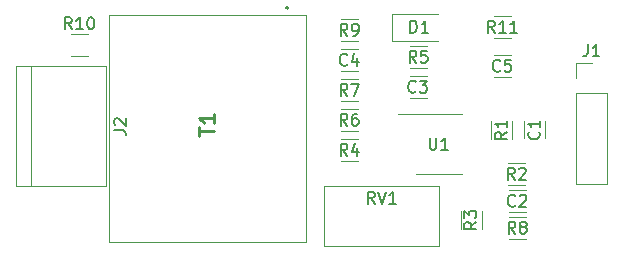
<source format=gbr>
%TF.GenerationSoftware,KiCad,Pcbnew,(5.1.10)-1*%
%TF.CreationDate,2021-10-23T23:22:00+01:00*%
%TF.ProjectId,ZMPT101enhanced,5a4d5054-3130-4316-956e-68616e636564,V1.0*%
%TF.SameCoordinates,Original*%
%TF.FileFunction,Legend,Top*%
%TF.FilePolarity,Positive*%
%FSLAX46Y46*%
G04 Gerber Fmt 4.6, Leading zero omitted, Abs format (unit mm)*
G04 Created by KiCad (PCBNEW (5.1.10)-1) date 2021-10-23 23:22:00*
%MOMM*%
%LPD*%
G01*
G04 APERTURE LIST*
%ADD10C,0.120000*%
%ADD11C,0.100000*%
%ADD12C,0.200000*%
%ADD13C,0.150000*%
%ADD14C,0.254000*%
G04 APERTURE END LIST*
D10*
%TO.C,C1*%
X145902000Y-93571748D02*
X145902000Y-94994252D01*
X147722000Y-93571748D02*
X147722000Y-94994252D01*
%TO.C,C2*%
X144625748Y-99420000D02*
X146048252Y-99420000D01*
X144625748Y-101240000D02*
X146048252Y-101240000D01*
%TO.C,C3*%
X136243748Y-91588000D02*
X137666252Y-91588000D01*
X136243748Y-89768000D02*
X137666252Y-89768000D01*
%TO.C,C4*%
X130401748Y-87482000D02*
X131824252Y-87482000D01*
X130401748Y-89302000D02*
X131824252Y-89302000D01*
%TO.C,C5*%
X144778252Y-87990000D02*
X143355748Y-87990000D01*
X144778252Y-89810000D02*
X143355748Y-89810000D01*
%TO.C,D1*%
X134745000Y-86733000D02*
X138630000Y-86733000D01*
X134745000Y-84463000D02*
X134745000Y-86733000D01*
X138630000Y-84463000D02*
X134745000Y-84463000D01*
%TO.C,J1*%
X150308000Y-88586000D02*
X151638000Y-88586000D01*
X150308000Y-89916000D02*
X150308000Y-88586000D01*
X150308000Y-91186000D02*
X152968000Y-91186000D01*
X152968000Y-91186000D02*
X152968000Y-98866000D01*
X150308000Y-91186000D02*
X150308000Y-98866000D01*
X150308000Y-98866000D02*
X152968000Y-98866000D01*
%TO.C,J2*%
X102870000Y-88900000D02*
X102870000Y-99060000D01*
X110490000Y-88900000D02*
X102870000Y-88900000D01*
X110490000Y-99060000D02*
X110490000Y-88900000D01*
X102870000Y-99060000D02*
X110490000Y-99060000D01*
X104140000Y-99060000D02*
X104140000Y-88900000D01*
%TO.C,R1*%
X144928000Y-95022564D02*
X144928000Y-93568436D01*
X143108000Y-95022564D02*
X143108000Y-93568436D01*
%TO.C,R2*%
X144560936Y-97134000D02*
X146015064Y-97134000D01*
X144560936Y-98954000D02*
X146015064Y-98954000D01*
%TO.C,R3*%
X142388000Y-102642564D02*
X142388000Y-101188436D01*
X140568000Y-102642564D02*
X140568000Y-101188436D01*
%TO.C,R4*%
X130398436Y-95102000D02*
X131852564Y-95102000D01*
X130398436Y-96922000D02*
X131852564Y-96922000D01*
%TO.C,R5*%
X136240436Y-89048000D02*
X137694564Y-89048000D01*
X136240436Y-87228000D02*
X137694564Y-87228000D01*
%TO.C,R6*%
X130398436Y-94382000D02*
X131852564Y-94382000D01*
X130398436Y-92562000D02*
X131852564Y-92562000D01*
%TO.C,R7*%
X130398436Y-91842000D02*
X131852564Y-91842000D01*
X130398436Y-90022000D02*
X131852564Y-90022000D01*
%TO.C,R8*%
X144622436Y-101706000D02*
X146076564Y-101706000D01*
X144622436Y-103526000D02*
X146076564Y-103526000D01*
%TO.C,R9*%
X130398436Y-86762000D02*
X131852564Y-86762000D01*
X130398436Y-84942000D02*
X131852564Y-84942000D01*
%TO.C,R10*%
X107538436Y-86212000D02*
X108992564Y-86212000D01*
X107538436Y-88032000D02*
X108992564Y-88032000D01*
%TO.C,R11*%
X143352436Y-84688000D02*
X144806564Y-84688000D01*
X143352436Y-86508000D02*
X144806564Y-86508000D01*
%TO.C,RV1*%
X138743000Y-99070000D02*
X138743000Y-104140000D01*
X128973000Y-99070000D02*
X128973000Y-104140000D01*
X128973000Y-104140000D02*
X138743000Y-104140000D01*
X128973000Y-99070000D02*
X138743000Y-99070000D01*
D11*
%TO.C,T1*%
X127476000Y-84554000D02*
X127476000Y-103754000D01*
X127476000Y-103754000D02*
X110776000Y-103754000D01*
X110776000Y-103754000D02*
X110776000Y-84554000D01*
X110776000Y-84554000D02*
X127476000Y-84554000D01*
D12*
X125976000Y-83954000D02*
X125976000Y-83954000D01*
X125776000Y-83954000D02*
X125776000Y-83954000D01*
X125776000Y-83954000D02*
G75*
G02*
X125976000Y-83954000I100000J0D01*
G01*
X125976000Y-83954000D02*
G75*
G02*
X125776000Y-83954000I-100000J0D01*
G01*
D10*
%TO.C,U1*%
X138684000Y-92944000D02*
X135234000Y-92944000D01*
X138684000Y-92944000D02*
X140634000Y-92944000D01*
X138684000Y-98064000D02*
X136734000Y-98064000D01*
X138684000Y-98064000D02*
X140634000Y-98064000D01*
%TO.C,C1*%
D13*
X147169142Y-94449666D02*
X147216761Y-94497285D01*
X147264380Y-94640142D01*
X147264380Y-94735380D01*
X147216761Y-94878238D01*
X147121523Y-94973476D01*
X147026285Y-95021095D01*
X146835809Y-95068714D01*
X146692952Y-95068714D01*
X146502476Y-95021095D01*
X146407238Y-94973476D01*
X146312000Y-94878238D01*
X146264380Y-94735380D01*
X146264380Y-94640142D01*
X146312000Y-94497285D01*
X146359619Y-94449666D01*
X147264380Y-93497285D02*
X147264380Y-94068714D01*
X147264380Y-93783000D02*
X146264380Y-93783000D01*
X146407238Y-93878238D01*
X146502476Y-93973476D01*
X146550095Y-94068714D01*
%TO.C,C2*%
X145170333Y-100687142D02*
X145122714Y-100734761D01*
X144979857Y-100782380D01*
X144884619Y-100782380D01*
X144741761Y-100734761D01*
X144646523Y-100639523D01*
X144598904Y-100544285D01*
X144551285Y-100353809D01*
X144551285Y-100210952D01*
X144598904Y-100020476D01*
X144646523Y-99925238D01*
X144741761Y-99830000D01*
X144884619Y-99782380D01*
X144979857Y-99782380D01*
X145122714Y-99830000D01*
X145170333Y-99877619D01*
X145551285Y-99877619D02*
X145598904Y-99830000D01*
X145694142Y-99782380D01*
X145932238Y-99782380D01*
X146027476Y-99830000D01*
X146075095Y-99877619D01*
X146122714Y-99972857D01*
X146122714Y-100068095D01*
X146075095Y-100210952D01*
X145503666Y-100782380D01*
X146122714Y-100782380D01*
%TO.C,C3*%
X136739333Y-91035142D02*
X136691714Y-91082761D01*
X136548857Y-91130380D01*
X136453619Y-91130380D01*
X136310761Y-91082761D01*
X136215523Y-90987523D01*
X136167904Y-90892285D01*
X136120285Y-90701809D01*
X136120285Y-90558952D01*
X136167904Y-90368476D01*
X136215523Y-90273238D01*
X136310761Y-90178000D01*
X136453619Y-90130380D01*
X136548857Y-90130380D01*
X136691714Y-90178000D01*
X136739333Y-90225619D01*
X137072666Y-90130380D02*
X137691714Y-90130380D01*
X137358380Y-90511333D01*
X137501238Y-90511333D01*
X137596476Y-90558952D01*
X137644095Y-90606571D01*
X137691714Y-90701809D01*
X137691714Y-90939904D01*
X137644095Y-91035142D01*
X137596476Y-91082761D01*
X137501238Y-91130380D01*
X137215523Y-91130380D01*
X137120285Y-91082761D01*
X137072666Y-91035142D01*
%TO.C,C4*%
X130946333Y-88749142D02*
X130898714Y-88796761D01*
X130755857Y-88844380D01*
X130660619Y-88844380D01*
X130517761Y-88796761D01*
X130422523Y-88701523D01*
X130374904Y-88606285D01*
X130327285Y-88415809D01*
X130327285Y-88272952D01*
X130374904Y-88082476D01*
X130422523Y-87987238D01*
X130517761Y-87892000D01*
X130660619Y-87844380D01*
X130755857Y-87844380D01*
X130898714Y-87892000D01*
X130946333Y-87939619D01*
X131803476Y-88177714D02*
X131803476Y-88844380D01*
X131565380Y-87796761D02*
X131327285Y-88511047D01*
X131946333Y-88511047D01*
%TO.C,C5*%
X143900333Y-89257142D02*
X143852714Y-89304761D01*
X143709857Y-89352380D01*
X143614619Y-89352380D01*
X143471761Y-89304761D01*
X143376523Y-89209523D01*
X143328904Y-89114285D01*
X143281285Y-88923809D01*
X143281285Y-88780952D01*
X143328904Y-88590476D01*
X143376523Y-88495238D01*
X143471761Y-88400000D01*
X143614619Y-88352380D01*
X143709857Y-88352380D01*
X143852714Y-88400000D01*
X143900333Y-88447619D01*
X144805095Y-88352380D02*
X144328904Y-88352380D01*
X144281285Y-88828571D01*
X144328904Y-88780952D01*
X144424142Y-88733333D01*
X144662238Y-88733333D01*
X144757476Y-88780952D01*
X144805095Y-88828571D01*
X144852714Y-88923809D01*
X144852714Y-89161904D01*
X144805095Y-89257142D01*
X144757476Y-89304761D01*
X144662238Y-89352380D01*
X144424142Y-89352380D01*
X144328904Y-89304761D01*
X144281285Y-89257142D01*
%TO.C,D1*%
X136291904Y-86050380D02*
X136291904Y-85050380D01*
X136530000Y-85050380D01*
X136672857Y-85098000D01*
X136768095Y-85193238D01*
X136815714Y-85288476D01*
X136863333Y-85478952D01*
X136863333Y-85621809D01*
X136815714Y-85812285D01*
X136768095Y-85907523D01*
X136672857Y-86002761D01*
X136530000Y-86050380D01*
X136291904Y-86050380D01*
X137815714Y-86050380D02*
X137244285Y-86050380D01*
X137530000Y-86050380D02*
X137530000Y-85050380D01*
X137434761Y-85193238D01*
X137339523Y-85288476D01*
X137244285Y-85336095D01*
%TO.C,J1*%
X151304666Y-87038380D02*
X151304666Y-87752666D01*
X151257047Y-87895523D01*
X151161809Y-87990761D01*
X151018952Y-88038380D01*
X150923714Y-88038380D01*
X152304666Y-88038380D02*
X151733238Y-88038380D01*
X152018952Y-88038380D02*
X152018952Y-87038380D01*
X151923714Y-87181238D01*
X151828476Y-87276476D01*
X151733238Y-87324095D01*
%TO.C,J2*%
X111212380Y-94313333D02*
X111926666Y-94313333D01*
X112069523Y-94360952D01*
X112164761Y-94456190D01*
X112212380Y-94599047D01*
X112212380Y-94694285D01*
X111307619Y-93884761D02*
X111260000Y-93837142D01*
X111212380Y-93741904D01*
X111212380Y-93503809D01*
X111260000Y-93408571D01*
X111307619Y-93360952D01*
X111402857Y-93313333D01*
X111498095Y-93313333D01*
X111640952Y-93360952D01*
X112212380Y-93932380D01*
X112212380Y-93313333D01*
%TO.C,R1*%
X144470380Y-94462166D02*
X143994190Y-94795500D01*
X144470380Y-95033595D02*
X143470380Y-95033595D01*
X143470380Y-94652642D01*
X143518000Y-94557404D01*
X143565619Y-94509785D01*
X143660857Y-94462166D01*
X143803714Y-94462166D01*
X143898952Y-94509785D01*
X143946571Y-94557404D01*
X143994190Y-94652642D01*
X143994190Y-95033595D01*
X144470380Y-93509785D02*
X144470380Y-94081214D01*
X144470380Y-93795500D02*
X143470380Y-93795500D01*
X143613238Y-93890738D01*
X143708476Y-93985976D01*
X143756095Y-94081214D01*
%TO.C,R2*%
X145121333Y-98496380D02*
X144788000Y-98020190D01*
X144549904Y-98496380D02*
X144549904Y-97496380D01*
X144930857Y-97496380D01*
X145026095Y-97544000D01*
X145073714Y-97591619D01*
X145121333Y-97686857D01*
X145121333Y-97829714D01*
X145073714Y-97924952D01*
X145026095Y-97972571D01*
X144930857Y-98020190D01*
X144549904Y-98020190D01*
X145502285Y-97591619D02*
X145549904Y-97544000D01*
X145645142Y-97496380D01*
X145883238Y-97496380D01*
X145978476Y-97544000D01*
X146026095Y-97591619D01*
X146073714Y-97686857D01*
X146073714Y-97782095D01*
X146026095Y-97924952D01*
X145454666Y-98496380D01*
X146073714Y-98496380D01*
%TO.C,R3*%
X141868880Y-102082166D02*
X141392690Y-102415500D01*
X141868880Y-102653595D02*
X140868880Y-102653595D01*
X140868880Y-102272642D01*
X140916500Y-102177404D01*
X140964119Y-102129785D01*
X141059357Y-102082166D01*
X141202214Y-102082166D01*
X141297452Y-102129785D01*
X141345071Y-102177404D01*
X141392690Y-102272642D01*
X141392690Y-102653595D01*
X140868880Y-101748833D02*
X140868880Y-101129785D01*
X141249833Y-101463119D01*
X141249833Y-101320261D01*
X141297452Y-101225023D01*
X141345071Y-101177404D01*
X141440309Y-101129785D01*
X141678404Y-101129785D01*
X141773642Y-101177404D01*
X141821261Y-101225023D01*
X141868880Y-101320261D01*
X141868880Y-101605976D01*
X141821261Y-101701214D01*
X141773642Y-101748833D01*
%TO.C,R4*%
X130958833Y-96464380D02*
X130625500Y-95988190D01*
X130387404Y-96464380D02*
X130387404Y-95464380D01*
X130768357Y-95464380D01*
X130863595Y-95512000D01*
X130911214Y-95559619D01*
X130958833Y-95654857D01*
X130958833Y-95797714D01*
X130911214Y-95892952D01*
X130863595Y-95940571D01*
X130768357Y-95988190D01*
X130387404Y-95988190D01*
X131815976Y-95797714D02*
X131815976Y-96464380D01*
X131577880Y-95416761D02*
X131339785Y-96131047D01*
X131958833Y-96131047D01*
%TO.C,R5*%
X136800833Y-88590380D02*
X136467500Y-88114190D01*
X136229404Y-88590380D02*
X136229404Y-87590380D01*
X136610357Y-87590380D01*
X136705595Y-87638000D01*
X136753214Y-87685619D01*
X136800833Y-87780857D01*
X136800833Y-87923714D01*
X136753214Y-88018952D01*
X136705595Y-88066571D01*
X136610357Y-88114190D01*
X136229404Y-88114190D01*
X137705595Y-87590380D02*
X137229404Y-87590380D01*
X137181785Y-88066571D01*
X137229404Y-88018952D01*
X137324642Y-87971333D01*
X137562738Y-87971333D01*
X137657976Y-88018952D01*
X137705595Y-88066571D01*
X137753214Y-88161809D01*
X137753214Y-88399904D01*
X137705595Y-88495142D01*
X137657976Y-88542761D01*
X137562738Y-88590380D01*
X137324642Y-88590380D01*
X137229404Y-88542761D01*
X137181785Y-88495142D01*
%TO.C,R6*%
X130958833Y-93924380D02*
X130625500Y-93448190D01*
X130387404Y-93924380D02*
X130387404Y-92924380D01*
X130768357Y-92924380D01*
X130863595Y-92972000D01*
X130911214Y-93019619D01*
X130958833Y-93114857D01*
X130958833Y-93257714D01*
X130911214Y-93352952D01*
X130863595Y-93400571D01*
X130768357Y-93448190D01*
X130387404Y-93448190D01*
X131815976Y-92924380D02*
X131625500Y-92924380D01*
X131530261Y-92972000D01*
X131482642Y-93019619D01*
X131387404Y-93162476D01*
X131339785Y-93352952D01*
X131339785Y-93733904D01*
X131387404Y-93829142D01*
X131435023Y-93876761D01*
X131530261Y-93924380D01*
X131720738Y-93924380D01*
X131815976Y-93876761D01*
X131863595Y-93829142D01*
X131911214Y-93733904D01*
X131911214Y-93495809D01*
X131863595Y-93400571D01*
X131815976Y-93352952D01*
X131720738Y-93305333D01*
X131530261Y-93305333D01*
X131435023Y-93352952D01*
X131387404Y-93400571D01*
X131339785Y-93495809D01*
%TO.C,R7*%
X130958833Y-91384380D02*
X130625500Y-90908190D01*
X130387404Y-91384380D02*
X130387404Y-90384380D01*
X130768357Y-90384380D01*
X130863595Y-90432000D01*
X130911214Y-90479619D01*
X130958833Y-90574857D01*
X130958833Y-90717714D01*
X130911214Y-90812952D01*
X130863595Y-90860571D01*
X130768357Y-90908190D01*
X130387404Y-90908190D01*
X131292166Y-90384380D02*
X131958833Y-90384380D01*
X131530261Y-91384380D01*
%TO.C,R8*%
X145182833Y-103068380D02*
X144849500Y-102592190D01*
X144611404Y-103068380D02*
X144611404Y-102068380D01*
X144992357Y-102068380D01*
X145087595Y-102116000D01*
X145135214Y-102163619D01*
X145182833Y-102258857D01*
X145182833Y-102401714D01*
X145135214Y-102496952D01*
X145087595Y-102544571D01*
X144992357Y-102592190D01*
X144611404Y-102592190D01*
X145754261Y-102496952D02*
X145659023Y-102449333D01*
X145611404Y-102401714D01*
X145563785Y-102306476D01*
X145563785Y-102258857D01*
X145611404Y-102163619D01*
X145659023Y-102116000D01*
X145754261Y-102068380D01*
X145944738Y-102068380D01*
X146039976Y-102116000D01*
X146087595Y-102163619D01*
X146135214Y-102258857D01*
X146135214Y-102306476D01*
X146087595Y-102401714D01*
X146039976Y-102449333D01*
X145944738Y-102496952D01*
X145754261Y-102496952D01*
X145659023Y-102544571D01*
X145611404Y-102592190D01*
X145563785Y-102687428D01*
X145563785Y-102877904D01*
X145611404Y-102973142D01*
X145659023Y-103020761D01*
X145754261Y-103068380D01*
X145944738Y-103068380D01*
X146039976Y-103020761D01*
X146087595Y-102973142D01*
X146135214Y-102877904D01*
X146135214Y-102687428D01*
X146087595Y-102592190D01*
X146039976Y-102544571D01*
X145944738Y-102496952D01*
%TO.C,R9*%
X130958833Y-86304380D02*
X130625500Y-85828190D01*
X130387404Y-86304380D02*
X130387404Y-85304380D01*
X130768357Y-85304380D01*
X130863595Y-85352000D01*
X130911214Y-85399619D01*
X130958833Y-85494857D01*
X130958833Y-85637714D01*
X130911214Y-85732952D01*
X130863595Y-85780571D01*
X130768357Y-85828190D01*
X130387404Y-85828190D01*
X131435023Y-86304380D02*
X131625500Y-86304380D01*
X131720738Y-86256761D01*
X131768357Y-86209142D01*
X131863595Y-86066285D01*
X131911214Y-85875809D01*
X131911214Y-85494857D01*
X131863595Y-85399619D01*
X131815976Y-85352000D01*
X131720738Y-85304380D01*
X131530261Y-85304380D01*
X131435023Y-85352000D01*
X131387404Y-85399619D01*
X131339785Y-85494857D01*
X131339785Y-85732952D01*
X131387404Y-85828190D01*
X131435023Y-85875809D01*
X131530261Y-85923428D01*
X131720738Y-85923428D01*
X131815976Y-85875809D01*
X131863595Y-85828190D01*
X131911214Y-85732952D01*
%TO.C,R10*%
X107622642Y-85754380D02*
X107289309Y-85278190D01*
X107051214Y-85754380D02*
X107051214Y-84754380D01*
X107432166Y-84754380D01*
X107527404Y-84802000D01*
X107575023Y-84849619D01*
X107622642Y-84944857D01*
X107622642Y-85087714D01*
X107575023Y-85182952D01*
X107527404Y-85230571D01*
X107432166Y-85278190D01*
X107051214Y-85278190D01*
X108575023Y-85754380D02*
X108003595Y-85754380D01*
X108289309Y-85754380D02*
X108289309Y-84754380D01*
X108194071Y-84897238D01*
X108098833Y-84992476D01*
X108003595Y-85040095D01*
X109194071Y-84754380D02*
X109289309Y-84754380D01*
X109384547Y-84802000D01*
X109432166Y-84849619D01*
X109479785Y-84944857D01*
X109527404Y-85135333D01*
X109527404Y-85373428D01*
X109479785Y-85563904D01*
X109432166Y-85659142D01*
X109384547Y-85706761D01*
X109289309Y-85754380D01*
X109194071Y-85754380D01*
X109098833Y-85706761D01*
X109051214Y-85659142D01*
X109003595Y-85563904D01*
X108955976Y-85373428D01*
X108955976Y-85135333D01*
X109003595Y-84944857D01*
X109051214Y-84849619D01*
X109098833Y-84802000D01*
X109194071Y-84754380D01*
%TO.C,R11*%
X143436642Y-86050380D02*
X143103309Y-85574190D01*
X142865214Y-86050380D02*
X142865214Y-85050380D01*
X143246166Y-85050380D01*
X143341404Y-85098000D01*
X143389023Y-85145619D01*
X143436642Y-85240857D01*
X143436642Y-85383714D01*
X143389023Y-85478952D01*
X143341404Y-85526571D01*
X143246166Y-85574190D01*
X142865214Y-85574190D01*
X144389023Y-86050380D02*
X143817595Y-86050380D01*
X144103309Y-86050380D02*
X144103309Y-85050380D01*
X144008071Y-85193238D01*
X143912833Y-85288476D01*
X143817595Y-85336095D01*
X145341404Y-86050380D02*
X144769976Y-86050380D01*
X145055690Y-86050380D02*
X145055690Y-85050380D01*
X144960452Y-85193238D01*
X144865214Y-85288476D01*
X144769976Y-85336095D01*
%TO.C,RV1*%
X133262761Y-100528380D02*
X132929428Y-100052190D01*
X132691333Y-100528380D02*
X132691333Y-99528380D01*
X133072285Y-99528380D01*
X133167523Y-99576000D01*
X133215142Y-99623619D01*
X133262761Y-99718857D01*
X133262761Y-99861714D01*
X133215142Y-99956952D01*
X133167523Y-100004571D01*
X133072285Y-100052190D01*
X132691333Y-100052190D01*
X133548476Y-99528380D02*
X133881809Y-100528380D01*
X134215142Y-99528380D01*
X135072285Y-100528380D02*
X134500857Y-100528380D01*
X134786571Y-100528380D02*
X134786571Y-99528380D01*
X134691333Y-99671238D01*
X134596095Y-99766476D01*
X134500857Y-99814095D01*
%TO.C,T1*%
D14*
X118430523Y-94771619D02*
X118430523Y-94045904D01*
X119700523Y-94408761D02*
X118430523Y-94408761D01*
X119700523Y-92957333D02*
X119700523Y-93683047D01*
X119700523Y-93320190D02*
X118430523Y-93320190D01*
X118611952Y-93441142D01*
X118732904Y-93562095D01*
X118793380Y-93683047D01*
%TO.C,U1*%
D13*
X137922095Y-94956380D02*
X137922095Y-95765904D01*
X137969714Y-95861142D01*
X138017333Y-95908761D01*
X138112571Y-95956380D01*
X138303047Y-95956380D01*
X138398285Y-95908761D01*
X138445904Y-95861142D01*
X138493523Y-95765904D01*
X138493523Y-94956380D01*
X139493523Y-95956380D02*
X138922095Y-95956380D01*
X139207809Y-95956380D02*
X139207809Y-94956380D01*
X139112571Y-95099238D01*
X139017333Y-95194476D01*
X138922095Y-95242095D01*
%TD*%
M02*

</source>
